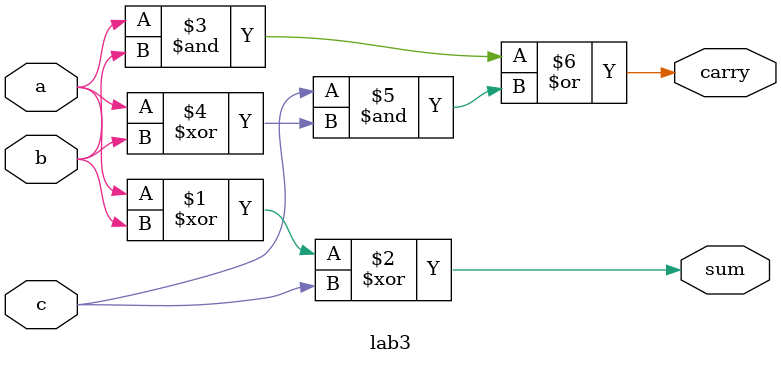
<source format=sv>



module lab3(
 input logic a,
    input logic b,
    input logic c,
    output logic sum,
    output logic carry
);
    assign sum = (a ^ b) ^ c;  
    assign carry = (a & b) | (c & (a ^ b));
endmodule

</source>
